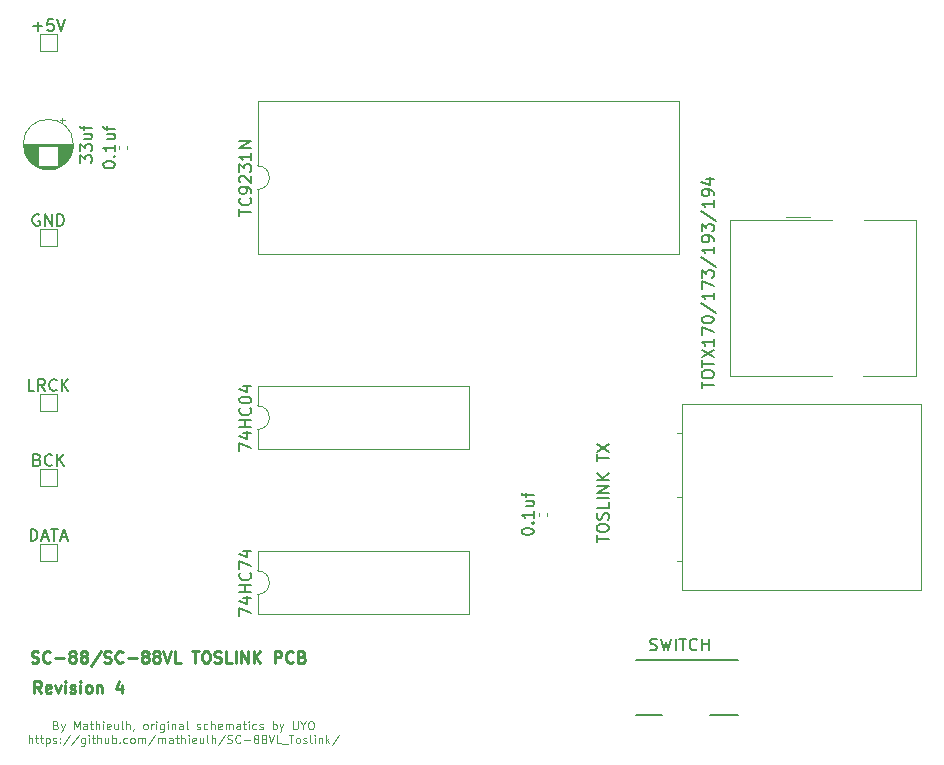
<source format=gbr>
%TF.GenerationSoftware,KiCad,Pcbnew,(5.1.12)-1*%
%TF.CreationDate,2021-11-17T21:51:36+01:00*%
%TF.ProjectId,SC-88VL,53432d38-3856-44c2-9e6b-696361645f70,rev?*%
%TF.SameCoordinates,Original*%
%TF.FileFunction,Legend,Top*%
%TF.FilePolarity,Positive*%
%FSLAX46Y46*%
G04 Gerber Fmt 4.6, Leading zero omitted, Abs format (unit mm)*
G04 Created by KiCad (PCBNEW (5.1.12)-1) date 2021-11-17 21:51:36*
%MOMM*%
%LPD*%
G01*
G04 APERTURE LIST*
%ADD10C,0.250000*%
%ADD11C,0.125000*%
%ADD12C,0.120000*%
%ADD13C,0.150000*%
G04 APERTURE END LIST*
D10*
X66707142Y-90622380D02*
X66373809Y-90146190D01*
X66135714Y-90622380D02*
X66135714Y-89622380D01*
X66516666Y-89622380D01*
X66611904Y-89670000D01*
X66659523Y-89717619D01*
X66707142Y-89812857D01*
X66707142Y-89955714D01*
X66659523Y-90050952D01*
X66611904Y-90098571D01*
X66516666Y-90146190D01*
X66135714Y-90146190D01*
X67516666Y-90574761D02*
X67421428Y-90622380D01*
X67230952Y-90622380D01*
X67135714Y-90574761D01*
X67088095Y-90479523D01*
X67088095Y-90098571D01*
X67135714Y-90003333D01*
X67230952Y-89955714D01*
X67421428Y-89955714D01*
X67516666Y-90003333D01*
X67564285Y-90098571D01*
X67564285Y-90193809D01*
X67088095Y-90289047D01*
X67897619Y-89955714D02*
X68135714Y-90622380D01*
X68373809Y-89955714D01*
X68754761Y-90622380D02*
X68754761Y-89955714D01*
X68754761Y-89622380D02*
X68707142Y-89670000D01*
X68754761Y-89717619D01*
X68802380Y-89670000D01*
X68754761Y-89622380D01*
X68754761Y-89717619D01*
X69183333Y-90574761D02*
X69278571Y-90622380D01*
X69469047Y-90622380D01*
X69564285Y-90574761D01*
X69611904Y-90479523D01*
X69611904Y-90431904D01*
X69564285Y-90336666D01*
X69469047Y-90289047D01*
X69326190Y-90289047D01*
X69230952Y-90241428D01*
X69183333Y-90146190D01*
X69183333Y-90098571D01*
X69230952Y-90003333D01*
X69326190Y-89955714D01*
X69469047Y-89955714D01*
X69564285Y-90003333D01*
X70040476Y-90622380D02*
X70040476Y-89955714D01*
X70040476Y-89622380D02*
X69992857Y-89670000D01*
X70040476Y-89717619D01*
X70088095Y-89670000D01*
X70040476Y-89622380D01*
X70040476Y-89717619D01*
X70659523Y-90622380D02*
X70564285Y-90574761D01*
X70516666Y-90527142D01*
X70469047Y-90431904D01*
X70469047Y-90146190D01*
X70516666Y-90050952D01*
X70564285Y-90003333D01*
X70659523Y-89955714D01*
X70802380Y-89955714D01*
X70897619Y-90003333D01*
X70945238Y-90050952D01*
X70992857Y-90146190D01*
X70992857Y-90431904D01*
X70945238Y-90527142D01*
X70897619Y-90574761D01*
X70802380Y-90622380D01*
X70659523Y-90622380D01*
X71421428Y-89955714D02*
X71421428Y-90622380D01*
X71421428Y-90050952D02*
X71469047Y-90003333D01*
X71564285Y-89955714D01*
X71707142Y-89955714D01*
X71802380Y-90003333D01*
X71850000Y-90098571D01*
X71850000Y-90622380D01*
X73516666Y-89955714D02*
X73516666Y-90622380D01*
X73278571Y-89574761D02*
X73040476Y-90289047D01*
X73659523Y-90289047D01*
D11*
X67956666Y-93342500D02*
X68056666Y-93375833D01*
X68090000Y-93409166D01*
X68123333Y-93475833D01*
X68123333Y-93575833D01*
X68090000Y-93642500D01*
X68056666Y-93675833D01*
X67990000Y-93709166D01*
X67723333Y-93709166D01*
X67723333Y-93009166D01*
X67956666Y-93009166D01*
X68023333Y-93042500D01*
X68056666Y-93075833D01*
X68090000Y-93142500D01*
X68090000Y-93209166D01*
X68056666Y-93275833D01*
X68023333Y-93309166D01*
X67956666Y-93342500D01*
X67723333Y-93342500D01*
X68356666Y-93242500D02*
X68523333Y-93709166D01*
X68690000Y-93242500D02*
X68523333Y-93709166D01*
X68456666Y-93875833D01*
X68423333Y-93909166D01*
X68356666Y-93942500D01*
X69490000Y-93709166D02*
X69490000Y-93009166D01*
X69723333Y-93509166D01*
X69956666Y-93009166D01*
X69956666Y-93709166D01*
X70590000Y-93709166D02*
X70590000Y-93342500D01*
X70556666Y-93275833D01*
X70490000Y-93242500D01*
X70356666Y-93242500D01*
X70290000Y-93275833D01*
X70590000Y-93675833D02*
X70523333Y-93709166D01*
X70356666Y-93709166D01*
X70290000Y-93675833D01*
X70256666Y-93609166D01*
X70256666Y-93542500D01*
X70290000Y-93475833D01*
X70356666Y-93442500D01*
X70523333Y-93442500D01*
X70590000Y-93409166D01*
X70823333Y-93242500D02*
X71090000Y-93242500D01*
X70923333Y-93009166D02*
X70923333Y-93609166D01*
X70956666Y-93675833D01*
X71023333Y-93709166D01*
X71090000Y-93709166D01*
X71323333Y-93709166D02*
X71323333Y-93009166D01*
X71623333Y-93709166D02*
X71623333Y-93342500D01*
X71590000Y-93275833D01*
X71523333Y-93242500D01*
X71423333Y-93242500D01*
X71356666Y-93275833D01*
X71323333Y-93309166D01*
X71956666Y-93709166D02*
X71956666Y-93242500D01*
X71956666Y-93009166D02*
X71923333Y-93042500D01*
X71956666Y-93075833D01*
X71990000Y-93042500D01*
X71956666Y-93009166D01*
X71956666Y-93075833D01*
X72556666Y-93675833D02*
X72490000Y-93709166D01*
X72356666Y-93709166D01*
X72290000Y-93675833D01*
X72256666Y-93609166D01*
X72256666Y-93342500D01*
X72290000Y-93275833D01*
X72356666Y-93242500D01*
X72490000Y-93242500D01*
X72556666Y-93275833D01*
X72590000Y-93342500D01*
X72590000Y-93409166D01*
X72256666Y-93475833D01*
X73190000Y-93242500D02*
X73190000Y-93709166D01*
X72890000Y-93242500D02*
X72890000Y-93609166D01*
X72923333Y-93675833D01*
X72990000Y-93709166D01*
X73090000Y-93709166D01*
X73156666Y-93675833D01*
X73190000Y-93642500D01*
X73623333Y-93709166D02*
X73556666Y-93675833D01*
X73523333Y-93609166D01*
X73523333Y-93009166D01*
X73890000Y-93709166D02*
X73890000Y-93009166D01*
X74190000Y-93709166D02*
X74190000Y-93342500D01*
X74156666Y-93275833D01*
X74090000Y-93242500D01*
X73990000Y-93242500D01*
X73923333Y-93275833D01*
X73890000Y-93309166D01*
X74556666Y-93675833D02*
X74556666Y-93709166D01*
X74523333Y-93775833D01*
X74490000Y-93809166D01*
X75490000Y-93709166D02*
X75423333Y-93675833D01*
X75390000Y-93642500D01*
X75356666Y-93575833D01*
X75356666Y-93375833D01*
X75390000Y-93309166D01*
X75423333Y-93275833D01*
X75490000Y-93242500D01*
X75590000Y-93242500D01*
X75656666Y-93275833D01*
X75690000Y-93309166D01*
X75723333Y-93375833D01*
X75723333Y-93575833D01*
X75690000Y-93642500D01*
X75656666Y-93675833D01*
X75590000Y-93709166D01*
X75490000Y-93709166D01*
X76023333Y-93709166D02*
X76023333Y-93242500D01*
X76023333Y-93375833D02*
X76056666Y-93309166D01*
X76090000Y-93275833D01*
X76156666Y-93242500D01*
X76223333Y-93242500D01*
X76456666Y-93709166D02*
X76456666Y-93242500D01*
X76456666Y-93009166D02*
X76423333Y-93042500D01*
X76456666Y-93075833D01*
X76490000Y-93042500D01*
X76456666Y-93009166D01*
X76456666Y-93075833D01*
X77090000Y-93242500D02*
X77090000Y-93809166D01*
X77056666Y-93875833D01*
X77023333Y-93909166D01*
X76956666Y-93942500D01*
X76856666Y-93942500D01*
X76790000Y-93909166D01*
X77090000Y-93675833D02*
X77023333Y-93709166D01*
X76890000Y-93709166D01*
X76823333Y-93675833D01*
X76790000Y-93642500D01*
X76756666Y-93575833D01*
X76756666Y-93375833D01*
X76790000Y-93309166D01*
X76823333Y-93275833D01*
X76890000Y-93242500D01*
X77023333Y-93242500D01*
X77090000Y-93275833D01*
X77423333Y-93709166D02*
X77423333Y-93242500D01*
X77423333Y-93009166D02*
X77390000Y-93042500D01*
X77423333Y-93075833D01*
X77456666Y-93042500D01*
X77423333Y-93009166D01*
X77423333Y-93075833D01*
X77756666Y-93242500D02*
X77756666Y-93709166D01*
X77756666Y-93309166D02*
X77790000Y-93275833D01*
X77856666Y-93242500D01*
X77956666Y-93242500D01*
X78023333Y-93275833D01*
X78056666Y-93342500D01*
X78056666Y-93709166D01*
X78690000Y-93709166D02*
X78690000Y-93342500D01*
X78656666Y-93275833D01*
X78590000Y-93242500D01*
X78456666Y-93242500D01*
X78390000Y-93275833D01*
X78690000Y-93675833D02*
X78623333Y-93709166D01*
X78456666Y-93709166D01*
X78390000Y-93675833D01*
X78356666Y-93609166D01*
X78356666Y-93542500D01*
X78390000Y-93475833D01*
X78456666Y-93442500D01*
X78623333Y-93442500D01*
X78690000Y-93409166D01*
X79123333Y-93709166D02*
X79056666Y-93675833D01*
X79023333Y-93609166D01*
X79023333Y-93009166D01*
X79890000Y-93675833D02*
X79956666Y-93709166D01*
X80090000Y-93709166D01*
X80156666Y-93675833D01*
X80190000Y-93609166D01*
X80190000Y-93575833D01*
X80156666Y-93509166D01*
X80090000Y-93475833D01*
X79990000Y-93475833D01*
X79923333Y-93442500D01*
X79890000Y-93375833D01*
X79890000Y-93342500D01*
X79923333Y-93275833D01*
X79990000Y-93242500D01*
X80090000Y-93242500D01*
X80156666Y-93275833D01*
X80790000Y-93675833D02*
X80723333Y-93709166D01*
X80590000Y-93709166D01*
X80523333Y-93675833D01*
X80490000Y-93642500D01*
X80456666Y-93575833D01*
X80456666Y-93375833D01*
X80490000Y-93309166D01*
X80523333Y-93275833D01*
X80590000Y-93242500D01*
X80723333Y-93242500D01*
X80790000Y-93275833D01*
X81090000Y-93709166D02*
X81090000Y-93009166D01*
X81390000Y-93709166D02*
X81390000Y-93342500D01*
X81356666Y-93275833D01*
X81290000Y-93242500D01*
X81190000Y-93242500D01*
X81123333Y-93275833D01*
X81090000Y-93309166D01*
X81990000Y-93675833D02*
X81923333Y-93709166D01*
X81790000Y-93709166D01*
X81723333Y-93675833D01*
X81690000Y-93609166D01*
X81690000Y-93342500D01*
X81723333Y-93275833D01*
X81790000Y-93242500D01*
X81923333Y-93242500D01*
X81990000Y-93275833D01*
X82023333Y-93342500D01*
X82023333Y-93409166D01*
X81690000Y-93475833D01*
X82323333Y-93709166D02*
X82323333Y-93242500D01*
X82323333Y-93309166D02*
X82356666Y-93275833D01*
X82423333Y-93242500D01*
X82523333Y-93242500D01*
X82590000Y-93275833D01*
X82623333Y-93342500D01*
X82623333Y-93709166D01*
X82623333Y-93342500D02*
X82656666Y-93275833D01*
X82723333Y-93242500D01*
X82823333Y-93242500D01*
X82890000Y-93275833D01*
X82923333Y-93342500D01*
X82923333Y-93709166D01*
X83556666Y-93709166D02*
X83556666Y-93342500D01*
X83523333Y-93275833D01*
X83456666Y-93242500D01*
X83323333Y-93242500D01*
X83256666Y-93275833D01*
X83556666Y-93675833D02*
X83490000Y-93709166D01*
X83323333Y-93709166D01*
X83256666Y-93675833D01*
X83223333Y-93609166D01*
X83223333Y-93542500D01*
X83256666Y-93475833D01*
X83323333Y-93442500D01*
X83490000Y-93442500D01*
X83556666Y-93409166D01*
X83790000Y-93242500D02*
X84056666Y-93242500D01*
X83890000Y-93009166D02*
X83890000Y-93609166D01*
X83923333Y-93675833D01*
X83990000Y-93709166D01*
X84056666Y-93709166D01*
X84290000Y-93709166D02*
X84290000Y-93242500D01*
X84290000Y-93009166D02*
X84256666Y-93042500D01*
X84290000Y-93075833D01*
X84323333Y-93042500D01*
X84290000Y-93009166D01*
X84290000Y-93075833D01*
X84923333Y-93675833D02*
X84856666Y-93709166D01*
X84723333Y-93709166D01*
X84656666Y-93675833D01*
X84623333Y-93642500D01*
X84590000Y-93575833D01*
X84590000Y-93375833D01*
X84623333Y-93309166D01*
X84656666Y-93275833D01*
X84723333Y-93242500D01*
X84856666Y-93242500D01*
X84923333Y-93275833D01*
X85190000Y-93675833D02*
X85256666Y-93709166D01*
X85390000Y-93709166D01*
X85456666Y-93675833D01*
X85490000Y-93609166D01*
X85490000Y-93575833D01*
X85456666Y-93509166D01*
X85390000Y-93475833D01*
X85290000Y-93475833D01*
X85223333Y-93442500D01*
X85190000Y-93375833D01*
X85190000Y-93342500D01*
X85223333Y-93275833D01*
X85290000Y-93242500D01*
X85390000Y-93242500D01*
X85456666Y-93275833D01*
X86323333Y-93709166D02*
X86323333Y-93009166D01*
X86323333Y-93275833D02*
X86390000Y-93242500D01*
X86523333Y-93242500D01*
X86590000Y-93275833D01*
X86623333Y-93309166D01*
X86656666Y-93375833D01*
X86656666Y-93575833D01*
X86623333Y-93642500D01*
X86590000Y-93675833D01*
X86523333Y-93709166D01*
X86390000Y-93709166D01*
X86323333Y-93675833D01*
X86890000Y-93242500D02*
X87056666Y-93709166D01*
X87223333Y-93242500D02*
X87056666Y-93709166D01*
X86990000Y-93875833D01*
X86956666Y-93909166D01*
X86890000Y-93942500D01*
X88023333Y-93009166D02*
X88023333Y-93575833D01*
X88056666Y-93642500D01*
X88090000Y-93675833D01*
X88156666Y-93709166D01*
X88290000Y-93709166D01*
X88356666Y-93675833D01*
X88390000Y-93642500D01*
X88423333Y-93575833D01*
X88423333Y-93009166D01*
X88890000Y-93375833D02*
X88890000Y-93709166D01*
X88656666Y-93009166D02*
X88890000Y-93375833D01*
X89123333Y-93009166D01*
X89490000Y-93009166D02*
X89623333Y-93009166D01*
X89690000Y-93042500D01*
X89756666Y-93109166D01*
X89790000Y-93242500D01*
X89790000Y-93475833D01*
X89756666Y-93609166D01*
X89690000Y-93675833D01*
X89623333Y-93709166D01*
X89490000Y-93709166D01*
X89423333Y-93675833D01*
X89356666Y-93609166D01*
X89323333Y-93475833D01*
X89323333Y-93242500D01*
X89356666Y-93109166D01*
X89423333Y-93042500D01*
X89490000Y-93009166D01*
X65673333Y-94884166D02*
X65673333Y-94184166D01*
X65973333Y-94884166D02*
X65973333Y-94517500D01*
X65940000Y-94450833D01*
X65873333Y-94417500D01*
X65773333Y-94417500D01*
X65706666Y-94450833D01*
X65673333Y-94484166D01*
X66206666Y-94417500D02*
X66473333Y-94417500D01*
X66306666Y-94184166D02*
X66306666Y-94784166D01*
X66340000Y-94850833D01*
X66406666Y-94884166D01*
X66473333Y-94884166D01*
X66606666Y-94417500D02*
X66873333Y-94417500D01*
X66706666Y-94184166D02*
X66706666Y-94784166D01*
X66740000Y-94850833D01*
X66806666Y-94884166D01*
X66873333Y-94884166D01*
X67106666Y-94417500D02*
X67106666Y-95117500D01*
X67106666Y-94450833D02*
X67173333Y-94417500D01*
X67306666Y-94417500D01*
X67373333Y-94450833D01*
X67406666Y-94484166D01*
X67440000Y-94550833D01*
X67440000Y-94750833D01*
X67406666Y-94817500D01*
X67373333Y-94850833D01*
X67306666Y-94884166D01*
X67173333Y-94884166D01*
X67106666Y-94850833D01*
X67706666Y-94850833D02*
X67773333Y-94884166D01*
X67906666Y-94884166D01*
X67973333Y-94850833D01*
X68006666Y-94784166D01*
X68006666Y-94750833D01*
X67973333Y-94684166D01*
X67906666Y-94650833D01*
X67806666Y-94650833D01*
X67740000Y-94617500D01*
X67706666Y-94550833D01*
X67706666Y-94517500D01*
X67740000Y-94450833D01*
X67806666Y-94417500D01*
X67906666Y-94417500D01*
X67973333Y-94450833D01*
X68306666Y-94817500D02*
X68340000Y-94850833D01*
X68306666Y-94884166D01*
X68273333Y-94850833D01*
X68306666Y-94817500D01*
X68306666Y-94884166D01*
X68306666Y-94450833D02*
X68340000Y-94484166D01*
X68306666Y-94517500D01*
X68273333Y-94484166D01*
X68306666Y-94450833D01*
X68306666Y-94517500D01*
X69140000Y-94150833D02*
X68540000Y-95050833D01*
X69873333Y-94150833D02*
X69273333Y-95050833D01*
X70406666Y-94417500D02*
X70406666Y-94984166D01*
X70373333Y-95050833D01*
X70340000Y-95084166D01*
X70273333Y-95117500D01*
X70173333Y-95117500D01*
X70106666Y-95084166D01*
X70406666Y-94850833D02*
X70340000Y-94884166D01*
X70206666Y-94884166D01*
X70140000Y-94850833D01*
X70106666Y-94817500D01*
X70073333Y-94750833D01*
X70073333Y-94550833D01*
X70106666Y-94484166D01*
X70140000Y-94450833D01*
X70206666Y-94417500D01*
X70340000Y-94417500D01*
X70406666Y-94450833D01*
X70740000Y-94884166D02*
X70740000Y-94417500D01*
X70740000Y-94184166D02*
X70706666Y-94217500D01*
X70740000Y-94250833D01*
X70773333Y-94217500D01*
X70740000Y-94184166D01*
X70740000Y-94250833D01*
X70973333Y-94417500D02*
X71240000Y-94417500D01*
X71073333Y-94184166D02*
X71073333Y-94784166D01*
X71106666Y-94850833D01*
X71173333Y-94884166D01*
X71240000Y-94884166D01*
X71473333Y-94884166D02*
X71473333Y-94184166D01*
X71773333Y-94884166D02*
X71773333Y-94517500D01*
X71740000Y-94450833D01*
X71673333Y-94417500D01*
X71573333Y-94417500D01*
X71506666Y-94450833D01*
X71473333Y-94484166D01*
X72406666Y-94417500D02*
X72406666Y-94884166D01*
X72106666Y-94417500D02*
X72106666Y-94784166D01*
X72140000Y-94850833D01*
X72206666Y-94884166D01*
X72306666Y-94884166D01*
X72373333Y-94850833D01*
X72406666Y-94817500D01*
X72740000Y-94884166D02*
X72740000Y-94184166D01*
X72740000Y-94450833D02*
X72806666Y-94417500D01*
X72940000Y-94417500D01*
X73006666Y-94450833D01*
X73040000Y-94484166D01*
X73073333Y-94550833D01*
X73073333Y-94750833D01*
X73040000Y-94817500D01*
X73006666Y-94850833D01*
X72940000Y-94884166D01*
X72806666Y-94884166D01*
X72740000Y-94850833D01*
X73373333Y-94817500D02*
X73406666Y-94850833D01*
X73373333Y-94884166D01*
X73340000Y-94850833D01*
X73373333Y-94817500D01*
X73373333Y-94884166D01*
X74006666Y-94850833D02*
X73940000Y-94884166D01*
X73806666Y-94884166D01*
X73740000Y-94850833D01*
X73706666Y-94817500D01*
X73673333Y-94750833D01*
X73673333Y-94550833D01*
X73706666Y-94484166D01*
X73740000Y-94450833D01*
X73806666Y-94417500D01*
X73940000Y-94417500D01*
X74006666Y-94450833D01*
X74406666Y-94884166D02*
X74340000Y-94850833D01*
X74306666Y-94817500D01*
X74273333Y-94750833D01*
X74273333Y-94550833D01*
X74306666Y-94484166D01*
X74340000Y-94450833D01*
X74406666Y-94417500D01*
X74506666Y-94417500D01*
X74573333Y-94450833D01*
X74606666Y-94484166D01*
X74640000Y-94550833D01*
X74640000Y-94750833D01*
X74606666Y-94817500D01*
X74573333Y-94850833D01*
X74506666Y-94884166D01*
X74406666Y-94884166D01*
X74940000Y-94884166D02*
X74940000Y-94417500D01*
X74940000Y-94484166D02*
X74973333Y-94450833D01*
X75040000Y-94417500D01*
X75140000Y-94417500D01*
X75206666Y-94450833D01*
X75240000Y-94517500D01*
X75240000Y-94884166D01*
X75240000Y-94517500D02*
X75273333Y-94450833D01*
X75340000Y-94417500D01*
X75440000Y-94417500D01*
X75506666Y-94450833D01*
X75540000Y-94517500D01*
X75540000Y-94884166D01*
X76373333Y-94150833D02*
X75773333Y-95050833D01*
X76606666Y-94884166D02*
X76606666Y-94417500D01*
X76606666Y-94484166D02*
X76640000Y-94450833D01*
X76706666Y-94417500D01*
X76806666Y-94417500D01*
X76873333Y-94450833D01*
X76906666Y-94517500D01*
X76906666Y-94884166D01*
X76906666Y-94517500D02*
X76940000Y-94450833D01*
X77006666Y-94417500D01*
X77106666Y-94417500D01*
X77173333Y-94450833D01*
X77206666Y-94517500D01*
X77206666Y-94884166D01*
X77840000Y-94884166D02*
X77840000Y-94517500D01*
X77806666Y-94450833D01*
X77740000Y-94417500D01*
X77606666Y-94417500D01*
X77540000Y-94450833D01*
X77840000Y-94850833D02*
X77773333Y-94884166D01*
X77606666Y-94884166D01*
X77540000Y-94850833D01*
X77506666Y-94784166D01*
X77506666Y-94717500D01*
X77540000Y-94650833D01*
X77606666Y-94617500D01*
X77773333Y-94617500D01*
X77840000Y-94584166D01*
X78073333Y-94417500D02*
X78340000Y-94417500D01*
X78173333Y-94184166D02*
X78173333Y-94784166D01*
X78206666Y-94850833D01*
X78273333Y-94884166D01*
X78340000Y-94884166D01*
X78573333Y-94884166D02*
X78573333Y-94184166D01*
X78873333Y-94884166D02*
X78873333Y-94517500D01*
X78840000Y-94450833D01*
X78773333Y-94417500D01*
X78673333Y-94417500D01*
X78606666Y-94450833D01*
X78573333Y-94484166D01*
X79206666Y-94884166D02*
X79206666Y-94417500D01*
X79206666Y-94184166D02*
X79173333Y-94217500D01*
X79206666Y-94250833D01*
X79240000Y-94217500D01*
X79206666Y-94184166D01*
X79206666Y-94250833D01*
X79806666Y-94850833D02*
X79740000Y-94884166D01*
X79606666Y-94884166D01*
X79540000Y-94850833D01*
X79506666Y-94784166D01*
X79506666Y-94517500D01*
X79540000Y-94450833D01*
X79606666Y-94417500D01*
X79740000Y-94417500D01*
X79806666Y-94450833D01*
X79840000Y-94517500D01*
X79840000Y-94584166D01*
X79506666Y-94650833D01*
X80440000Y-94417500D02*
X80440000Y-94884166D01*
X80140000Y-94417500D02*
X80140000Y-94784166D01*
X80173333Y-94850833D01*
X80240000Y-94884166D01*
X80340000Y-94884166D01*
X80406666Y-94850833D01*
X80440000Y-94817500D01*
X80873333Y-94884166D02*
X80806666Y-94850833D01*
X80773333Y-94784166D01*
X80773333Y-94184166D01*
X81140000Y-94884166D02*
X81140000Y-94184166D01*
X81440000Y-94884166D02*
X81440000Y-94517500D01*
X81406666Y-94450833D01*
X81340000Y-94417500D01*
X81240000Y-94417500D01*
X81173333Y-94450833D01*
X81140000Y-94484166D01*
X82273333Y-94150833D02*
X81673333Y-95050833D01*
X82473333Y-94850833D02*
X82573333Y-94884166D01*
X82740000Y-94884166D01*
X82806666Y-94850833D01*
X82840000Y-94817500D01*
X82873333Y-94750833D01*
X82873333Y-94684166D01*
X82840000Y-94617500D01*
X82806666Y-94584166D01*
X82740000Y-94550833D01*
X82606666Y-94517500D01*
X82540000Y-94484166D01*
X82506666Y-94450833D01*
X82473333Y-94384166D01*
X82473333Y-94317500D01*
X82506666Y-94250833D01*
X82540000Y-94217500D01*
X82606666Y-94184166D01*
X82773333Y-94184166D01*
X82873333Y-94217500D01*
X83573333Y-94817500D02*
X83540000Y-94850833D01*
X83440000Y-94884166D01*
X83373333Y-94884166D01*
X83273333Y-94850833D01*
X83206666Y-94784166D01*
X83173333Y-94717500D01*
X83140000Y-94584166D01*
X83140000Y-94484166D01*
X83173333Y-94350833D01*
X83206666Y-94284166D01*
X83273333Y-94217500D01*
X83373333Y-94184166D01*
X83440000Y-94184166D01*
X83540000Y-94217500D01*
X83573333Y-94250833D01*
X83873333Y-94617500D02*
X84406666Y-94617500D01*
X84840000Y-94484166D02*
X84773333Y-94450833D01*
X84740000Y-94417500D01*
X84706666Y-94350833D01*
X84706666Y-94317500D01*
X84740000Y-94250833D01*
X84773333Y-94217500D01*
X84840000Y-94184166D01*
X84973333Y-94184166D01*
X85040000Y-94217500D01*
X85073333Y-94250833D01*
X85106666Y-94317500D01*
X85106666Y-94350833D01*
X85073333Y-94417500D01*
X85040000Y-94450833D01*
X84973333Y-94484166D01*
X84840000Y-94484166D01*
X84773333Y-94517500D01*
X84740000Y-94550833D01*
X84706666Y-94617500D01*
X84706666Y-94750833D01*
X84740000Y-94817500D01*
X84773333Y-94850833D01*
X84840000Y-94884166D01*
X84973333Y-94884166D01*
X85040000Y-94850833D01*
X85073333Y-94817500D01*
X85106666Y-94750833D01*
X85106666Y-94617500D01*
X85073333Y-94550833D01*
X85040000Y-94517500D01*
X84973333Y-94484166D01*
X85506666Y-94484166D02*
X85440000Y-94450833D01*
X85406666Y-94417500D01*
X85373333Y-94350833D01*
X85373333Y-94317500D01*
X85406666Y-94250833D01*
X85440000Y-94217500D01*
X85506666Y-94184166D01*
X85640000Y-94184166D01*
X85706666Y-94217500D01*
X85740000Y-94250833D01*
X85773333Y-94317500D01*
X85773333Y-94350833D01*
X85740000Y-94417500D01*
X85706666Y-94450833D01*
X85640000Y-94484166D01*
X85506666Y-94484166D01*
X85440000Y-94517500D01*
X85406666Y-94550833D01*
X85373333Y-94617500D01*
X85373333Y-94750833D01*
X85406666Y-94817500D01*
X85440000Y-94850833D01*
X85506666Y-94884166D01*
X85640000Y-94884166D01*
X85706666Y-94850833D01*
X85740000Y-94817500D01*
X85773333Y-94750833D01*
X85773333Y-94617500D01*
X85740000Y-94550833D01*
X85706666Y-94517500D01*
X85640000Y-94484166D01*
X85973333Y-94184166D02*
X86206666Y-94884166D01*
X86440000Y-94184166D01*
X87006666Y-94884166D02*
X86673333Y-94884166D01*
X86673333Y-94184166D01*
X87073333Y-94950833D02*
X87606666Y-94950833D01*
X87673333Y-94184166D02*
X88073333Y-94184166D01*
X87873333Y-94884166D02*
X87873333Y-94184166D01*
X88406666Y-94884166D02*
X88340000Y-94850833D01*
X88306666Y-94817500D01*
X88273333Y-94750833D01*
X88273333Y-94550833D01*
X88306666Y-94484166D01*
X88340000Y-94450833D01*
X88406666Y-94417500D01*
X88506666Y-94417500D01*
X88573333Y-94450833D01*
X88606666Y-94484166D01*
X88640000Y-94550833D01*
X88640000Y-94750833D01*
X88606666Y-94817500D01*
X88573333Y-94850833D01*
X88506666Y-94884166D01*
X88406666Y-94884166D01*
X88906666Y-94850833D02*
X88973333Y-94884166D01*
X89106666Y-94884166D01*
X89173333Y-94850833D01*
X89206666Y-94784166D01*
X89206666Y-94750833D01*
X89173333Y-94684166D01*
X89106666Y-94650833D01*
X89006666Y-94650833D01*
X88940000Y-94617500D01*
X88906666Y-94550833D01*
X88906666Y-94517500D01*
X88940000Y-94450833D01*
X89006666Y-94417500D01*
X89106666Y-94417500D01*
X89173333Y-94450833D01*
X89606666Y-94884166D02*
X89540000Y-94850833D01*
X89506666Y-94784166D01*
X89506666Y-94184166D01*
X89873333Y-94884166D02*
X89873333Y-94417500D01*
X89873333Y-94184166D02*
X89840000Y-94217500D01*
X89873333Y-94250833D01*
X89906666Y-94217500D01*
X89873333Y-94184166D01*
X89873333Y-94250833D01*
X90206666Y-94417500D02*
X90206666Y-94884166D01*
X90206666Y-94484166D02*
X90240000Y-94450833D01*
X90306666Y-94417500D01*
X90406666Y-94417500D01*
X90473333Y-94450833D01*
X90506666Y-94517500D01*
X90506666Y-94884166D01*
X90840000Y-94884166D02*
X90840000Y-94184166D01*
X90906666Y-94617500D02*
X91106666Y-94884166D01*
X91106666Y-94417500D02*
X90840000Y-94684166D01*
X91906666Y-94150833D02*
X91306666Y-95050833D01*
D10*
X65898571Y-88034761D02*
X66041428Y-88082380D01*
X66279523Y-88082380D01*
X66374761Y-88034761D01*
X66422380Y-87987142D01*
X66470000Y-87891904D01*
X66470000Y-87796666D01*
X66422380Y-87701428D01*
X66374761Y-87653809D01*
X66279523Y-87606190D01*
X66089047Y-87558571D01*
X65993809Y-87510952D01*
X65946190Y-87463333D01*
X65898571Y-87368095D01*
X65898571Y-87272857D01*
X65946190Y-87177619D01*
X65993809Y-87130000D01*
X66089047Y-87082380D01*
X66327142Y-87082380D01*
X66470000Y-87130000D01*
X67470000Y-87987142D02*
X67422380Y-88034761D01*
X67279523Y-88082380D01*
X67184285Y-88082380D01*
X67041428Y-88034761D01*
X66946190Y-87939523D01*
X66898571Y-87844285D01*
X66850952Y-87653809D01*
X66850952Y-87510952D01*
X66898571Y-87320476D01*
X66946190Y-87225238D01*
X67041428Y-87130000D01*
X67184285Y-87082380D01*
X67279523Y-87082380D01*
X67422380Y-87130000D01*
X67470000Y-87177619D01*
X67898571Y-87701428D02*
X68660476Y-87701428D01*
X69279523Y-87510952D02*
X69184285Y-87463333D01*
X69136666Y-87415714D01*
X69089047Y-87320476D01*
X69089047Y-87272857D01*
X69136666Y-87177619D01*
X69184285Y-87130000D01*
X69279523Y-87082380D01*
X69470000Y-87082380D01*
X69565238Y-87130000D01*
X69612857Y-87177619D01*
X69660476Y-87272857D01*
X69660476Y-87320476D01*
X69612857Y-87415714D01*
X69565238Y-87463333D01*
X69470000Y-87510952D01*
X69279523Y-87510952D01*
X69184285Y-87558571D01*
X69136666Y-87606190D01*
X69089047Y-87701428D01*
X69089047Y-87891904D01*
X69136666Y-87987142D01*
X69184285Y-88034761D01*
X69279523Y-88082380D01*
X69470000Y-88082380D01*
X69565238Y-88034761D01*
X69612857Y-87987142D01*
X69660476Y-87891904D01*
X69660476Y-87701428D01*
X69612857Y-87606190D01*
X69565238Y-87558571D01*
X69470000Y-87510952D01*
X70231904Y-87510952D02*
X70136666Y-87463333D01*
X70089047Y-87415714D01*
X70041428Y-87320476D01*
X70041428Y-87272857D01*
X70089047Y-87177619D01*
X70136666Y-87130000D01*
X70231904Y-87082380D01*
X70422380Y-87082380D01*
X70517619Y-87130000D01*
X70565238Y-87177619D01*
X70612857Y-87272857D01*
X70612857Y-87320476D01*
X70565238Y-87415714D01*
X70517619Y-87463333D01*
X70422380Y-87510952D01*
X70231904Y-87510952D01*
X70136666Y-87558571D01*
X70089047Y-87606190D01*
X70041428Y-87701428D01*
X70041428Y-87891904D01*
X70089047Y-87987142D01*
X70136666Y-88034761D01*
X70231904Y-88082380D01*
X70422380Y-88082380D01*
X70517619Y-88034761D01*
X70565238Y-87987142D01*
X70612857Y-87891904D01*
X70612857Y-87701428D01*
X70565238Y-87606190D01*
X70517619Y-87558571D01*
X70422380Y-87510952D01*
X71755714Y-87034761D02*
X70898571Y-88320476D01*
X72041428Y-88034761D02*
X72184285Y-88082380D01*
X72422380Y-88082380D01*
X72517619Y-88034761D01*
X72565238Y-87987142D01*
X72612857Y-87891904D01*
X72612857Y-87796666D01*
X72565238Y-87701428D01*
X72517619Y-87653809D01*
X72422380Y-87606190D01*
X72231904Y-87558571D01*
X72136666Y-87510952D01*
X72089047Y-87463333D01*
X72041428Y-87368095D01*
X72041428Y-87272857D01*
X72089047Y-87177619D01*
X72136666Y-87130000D01*
X72231904Y-87082380D01*
X72470000Y-87082380D01*
X72612857Y-87130000D01*
X73612857Y-87987142D02*
X73565238Y-88034761D01*
X73422380Y-88082380D01*
X73327142Y-88082380D01*
X73184285Y-88034761D01*
X73089047Y-87939523D01*
X73041428Y-87844285D01*
X72993809Y-87653809D01*
X72993809Y-87510952D01*
X73041428Y-87320476D01*
X73089047Y-87225238D01*
X73184285Y-87130000D01*
X73327142Y-87082380D01*
X73422380Y-87082380D01*
X73565238Y-87130000D01*
X73612857Y-87177619D01*
X74041428Y-87701428D02*
X74803333Y-87701428D01*
X75422380Y-87510952D02*
X75327142Y-87463333D01*
X75279523Y-87415714D01*
X75231904Y-87320476D01*
X75231904Y-87272857D01*
X75279523Y-87177619D01*
X75327142Y-87130000D01*
X75422380Y-87082380D01*
X75612857Y-87082380D01*
X75708095Y-87130000D01*
X75755714Y-87177619D01*
X75803333Y-87272857D01*
X75803333Y-87320476D01*
X75755714Y-87415714D01*
X75708095Y-87463333D01*
X75612857Y-87510952D01*
X75422380Y-87510952D01*
X75327142Y-87558571D01*
X75279523Y-87606190D01*
X75231904Y-87701428D01*
X75231904Y-87891904D01*
X75279523Y-87987142D01*
X75327142Y-88034761D01*
X75422380Y-88082380D01*
X75612857Y-88082380D01*
X75708095Y-88034761D01*
X75755714Y-87987142D01*
X75803333Y-87891904D01*
X75803333Y-87701428D01*
X75755714Y-87606190D01*
X75708095Y-87558571D01*
X75612857Y-87510952D01*
X76374761Y-87510952D02*
X76279523Y-87463333D01*
X76231904Y-87415714D01*
X76184285Y-87320476D01*
X76184285Y-87272857D01*
X76231904Y-87177619D01*
X76279523Y-87130000D01*
X76374761Y-87082380D01*
X76565238Y-87082380D01*
X76660476Y-87130000D01*
X76708095Y-87177619D01*
X76755714Y-87272857D01*
X76755714Y-87320476D01*
X76708095Y-87415714D01*
X76660476Y-87463333D01*
X76565238Y-87510952D01*
X76374761Y-87510952D01*
X76279523Y-87558571D01*
X76231904Y-87606190D01*
X76184285Y-87701428D01*
X76184285Y-87891904D01*
X76231904Y-87987142D01*
X76279523Y-88034761D01*
X76374761Y-88082380D01*
X76565238Y-88082380D01*
X76660476Y-88034761D01*
X76708095Y-87987142D01*
X76755714Y-87891904D01*
X76755714Y-87701428D01*
X76708095Y-87606190D01*
X76660476Y-87558571D01*
X76565238Y-87510952D01*
X77041428Y-87082380D02*
X77374761Y-88082380D01*
X77708095Y-87082380D01*
X78517619Y-88082380D02*
X78041428Y-88082380D01*
X78041428Y-87082380D01*
X79470000Y-87082380D02*
X80041428Y-87082380D01*
X79755714Y-88082380D02*
X79755714Y-87082380D01*
X80565238Y-87082380D02*
X80755714Y-87082380D01*
X80850952Y-87130000D01*
X80946190Y-87225238D01*
X80993809Y-87415714D01*
X80993809Y-87749047D01*
X80946190Y-87939523D01*
X80850952Y-88034761D01*
X80755714Y-88082380D01*
X80565238Y-88082380D01*
X80470000Y-88034761D01*
X80374761Y-87939523D01*
X80327142Y-87749047D01*
X80327142Y-87415714D01*
X80374761Y-87225238D01*
X80470000Y-87130000D01*
X80565238Y-87082380D01*
X81374761Y-88034761D02*
X81517619Y-88082380D01*
X81755714Y-88082380D01*
X81850952Y-88034761D01*
X81898571Y-87987142D01*
X81946190Y-87891904D01*
X81946190Y-87796666D01*
X81898571Y-87701428D01*
X81850952Y-87653809D01*
X81755714Y-87606190D01*
X81565238Y-87558571D01*
X81470000Y-87510952D01*
X81422380Y-87463333D01*
X81374761Y-87368095D01*
X81374761Y-87272857D01*
X81422380Y-87177619D01*
X81470000Y-87130000D01*
X81565238Y-87082380D01*
X81803333Y-87082380D01*
X81946190Y-87130000D01*
X82850952Y-88082380D02*
X82374761Y-88082380D01*
X82374761Y-87082380D01*
X83184285Y-88082380D02*
X83184285Y-87082380D01*
X83660476Y-88082380D02*
X83660476Y-87082380D01*
X84231904Y-88082380D01*
X84231904Y-87082380D01*
X84708095Y-88082380D02*
X84708095Y-87082380D01*
X85279523Y-88082380D02*
X84850952Y-87510952D01*
X85279523Y-87082380D02*
X84708095Y-87653809D01*
X86470000Y-88082380D02*
X86470000Y-87082380D01*
X86850952Y-87082380D01*
X86946190Y-87130000D01*
X86993809Y-87177619D01*
X87041428Y-87272857D01*
X87041428Y-87415714D01*
X86993809Y-87510952D01*
X86946190Y-87558571D01*
X86850952Y-87606190D01*
X86470000Y-87606190D01*
X88041428Y-87987142D02*
X87993809Y-88034761D01*
X87850952Y-88082380D01*
X87755714Y-88082380D01*
X87612857Y-88034761D01*
X87517619Y-87939523D01*
X87470000Y-87844285D01*
X87422380Y-87653809D01*
X87422380Y-87510952D01*
X87470000Y-87320476D01*
X87517619Y-87225238D01*
X87612857Y-87130000D01*
X87755714Y-87082380D01*
X87850952Y-87082380D01*
X87993809Y-87130000D01*
X88041428Y-87177619D01*
X88803333Y-87558571D02*
X88946190Y-87606190D01*
X88993809Y-87653809D01*
X89041428Y-87749047D01*
X89041428Y-87891904D01*
X88993809Y-87987142D01*
X88946190Y-88034761D01*
X88850952Y-88082380D01*
X88470000Y-88082380D01*
X88470000Y-87082380D01*
X88803333Y-87082380D01*
X88898571Y-87130000D01*
X88946190Y-87177619D01*
X88993809Y-87272857D01*
X88993809Y-87368095D01*
X88946190Y-87463333D01*
X88898571Y-87510952D01*
X88803333Y-87558571D01*
X88470000Y-87558571D01*
D12*
%TO.C,TOTX170/173/193/194*%
X129810000Y-50290000D02*
X131810000Y-50290000D01*
X125000000Y-50540000D02*
X125000000Y-63760000D01*
X140770000Y-63760000D02*
X140770000Y-50540000D01*
X140770000Y-63760000D02*
X136300000Y-63760000D01*
X125000000Y-63760000D02*
X133700000Y-63760000D01*
X140770000Y-50540000D02*
X136370000Y-50540000D01*
X125000000Y-50540000D02*
X133700000Y-50540000D01*
%TO.C,TC9231N*%
X85030000Y-47990000D02*
X85030000Y-53450000D01*
X85030000Y-53450000D02*
X120710000Y-53450000D01*
X120710000Y-53450000D02*
X120710000Y-40530000D01*
X120710000Y-40530000D02*
X85030000Y-40530000D01*
X85030000Y-40530000D02*
X85030000Y-45990000D01*
X85030000Y-45990000D02*
G75*
G02*
X85030000Y-47990000I0J-1000000D01*
G01*
%TO.C,TOSLINK TX*%
X120990000Y-79480000D02*
X120510000Y-79480000D01*
X120990000Y-74030000D02*
X120510000Y-74030000D01*
X120990000Y-68580000D02*
X120510000Y-68580000D01*
X141230000Y-81900000D02*
X120990000Y-81900000D01*
X141230000Y-66160000D02*
X120990000Y-66160000D01*
X141230000Y-66160000D02*
X141230000Y-81900000D01*
X120990000Y-66160000D02*
X120990000Y-81900000D01*
D13*
%TO.C,SWITCH*%
X117080000Y-87870000D02*
X125680000Y-87870000D01*
X117080000Y-92470000D02*
X119280000Y-92470000D01*
X123380000Y-92470000D02*
X125680000Y-92470000D01*
D12*
%TO.C,0.1uf*%
X109580000Y-75613335D02*
X109580000Y-75381665D01*
X108860000Y-75613335D02*
X108860000Y-75381665D01*
X74020000Y-44565835D02*
X74020000Y-44334165D01*
X73300000Y-44565835D02*
X73300000Y-44334165D01*
%TO.C,DATA*%
X66610000Y-78040000D02*
X68010000Y-78040000D01*
X68010000Y-78040000D02*
X68010000Y-79440000D01*
X68010000Y-79440000D02*
X66610000Y-79440000D01*
X66610000Y-79440000D02*
X66610000Y-78040000D01*
%TO.C,BCK*%
X66610000Y-71690000D02*
X68010000Y-71690000D01*
X68010000Y-71690000D02*
X68010000Y-73090000D01*
X68010000Y-73090000D02*
X66610000Y-73090000D01*
X66610000Y-73090000D02*
X66610000Y-71690000D01*
%TO.C,LRCK*%
X66610000Y-65340000D02*
X68010000Y-65340000D01*
X68010000Y-65340000D02*
X68010000Y-66740000D01*
X68010000Y-66740000D02*
X66610000Y-66740000D01*
X66610000Y-66740000D02*
X66610000Y-65340000D01*
%TO.C,GND*%
X66610000Y-51370000D02*
X68010000Y-51370000D01*
X68010000Y-51370000D02*
X68010000Y-52770000D01*
X68010000Y-52770000D02*
X66610000Y-52770000D01*
X66610000Y-52770000D02*
X66610000Y-51370000D01*
%TO.C,+5V*%
X66610000Y-36260000D02*
X66610000Y-34860000D01*
X68010000Y-36260000D02*
X66610000Y-36260000D01*
X68010000Y-34860000D02*
X68010000Y-36260000D01*
X66610000Y-34860000D02*
X68010000Y-34860000D01*
%TO.C,33uf*%
X68705000Y-42110199D02*
X68305000Y-42110199D01*
X68505000Y-41910199D02*
X68505000Y-42310199D01*
X67680000Y-46261000D02*
X66940000Y-46261000D01*
X67847000Y-46221000D02*
X66773000Y-46221000D01*
X67974000Y-46181000D02*
X66646000Y-46181000D01*
X68078000Y-46141000D02*
X66542000Y-46141000D01*
X68169000Y-46101000D02*
X66451000Y-46101000D01*
X68250000Y-46061000D02*
X66370000Y-46061000D01*
X68323000Y-46021000D02*
X66297000Y-46021000D01*
X66470000Y-45981000D02*
X66230000Y-45981000D01*
X68390000Y-45981000D02*
X68150000Y-45981000D01*
X66470000Y-45941000D02*
X66168000Y-45941000D01*
X68452000Y-45941000D02*
X68150000Y-45941000D01*
X66470000Y-45901000D02*
X66110000Y-45901000D01*
X68510000Y-45901000D02*
X68150000Y-45901000D01*
X66470000Y-45861000D02*
X66056000Y-45861000D01*
X68564000Y-45861000D02*
X68150000Y-45861000D01*
X66470000Y-45821000D02*
X66006000Y-45821000D01*
X68614000Y-45821000D02*
X68150000Y-45821000D01*
X66470000Y-45781000D02*
X65959000Y-45781000D01*
X68661000Y-45781000D02*
X68150000Y-45781000D01*
X66470000Y-45741000D02*
X65914000Y-45741000D01*
X68706000Y-45741000D02*
X68150000Y-45741000D01*
X66470000Y-45701000D02*
X65872000Y-45701000D01*
X68748000Y-45701000D02*
X68150000Y-45701000D01*
X66470000Y-45661000D02*
X65832000Y-45661000D01*
X68788000Y-45661000D02*
X68150000Y-45661000D01*
X66470000Y-45621000D02*
X65794000Y-45621000D01*
X68826000Y-45621000D02*
X68150000Y-45621000D01*
X66470000Y-45581000D02*
X65758000Y-45581000D01*
X68862000Y-45581000D02*
X68150000Y-45581000D01*
X66470000Y-45541000D02*
X65723000Y-45541000D01*
X68897000Y-45541000D02*
X68150000Y-45541000D01*
X66470000Y-45501000D02*
X65691000Y-45501000D01*
X68929000Y-45501000D02*
X68150000Y-45501000D01*
X66470000Y-45461000D02*
X65660000Y-45461000D01*
X68960000Y-45461000D02*
X68150000Y-45461000D01*
X66470000Y-45421000D02*
X65630000Y-45421000D01*
X68990000Y-45421000D02*
X68150000Y-45421000D01*
X66470000Y-45381000D02*
X65602000Y-45381000D01*
X69018000Y-45381000D02*
X68150000Y-45381000D01*
X66470000Y-45341000D02*
X65575000Y-45341000D01*
X69045000Y-45341000D02*
X68150000Y-45341000D01*
X66470000Y-45301000D02*
X65550000Y-45301000D01*
X69070000Y-45301000D02*
X68150000Y-45301000D01*
X66470000Y-45261000D02*
X65525000Y-45261000D01*
X69095000Y-45261000D02*
X68150000Y-45261000D01*
X66470000Y-45221000D02*
X65502000Y-45221000D01*
X69118000Y-45221000D02*
X68150000Y-45221000D01*
X66470000Y-45181000D02*
X65480000Y-45181000D01*
X69140000Y-45181000D02*
X68150000Y-45181000D01*
X66470000Y-45141000D02*
X65459000Y-45141000D01*
X69161000Y-45141000D02*
X68150000Y-45141000D01*
X66470000Y-45101000D02*
X65440000Y-45101000D01*
X69180000Y-45101000D02*
X68150000Y-45101000D01*
X66470000Y-45061000D02*
X65421000Y-45061000D01*
X69199000Y-45061000D02*
X68150000Y-45061000D01*
X66470000Y-45021000D02*
X65403000Y-45021000D01*
X69217000Y-45021000D02*
X68150000Y-45021000D01*
X66470000Y-44981000D02*
X65386000Y-44981000D01*
X69234000Y-44981000D02*
X68150000Y-44981000D01*
X66470000Y-44941000D02*
X65370000Y-44941000D01*
X69250000Y-44941000D02*
X68150000Y-44941000D01*
X66470000Y-44901000D02*
X65356000Y-44901000D01*
X69264000Y-44901000D02*
X68150000Y-44901000D01*
X66470000Y-44860000D02*
X65342000Y-44860000D01*
X69278000Y-44860000D02*
X68150000Y-44860000D01*
X66470000Y-44820000D02*
X65328000Y-44820000D01*
X69292000Y-44820000D02*
X68150000Y-44820000D01*
X66470000Y-44780000D02*
X65316000Y-44780000D01*
X69304000Y-44780000D02*
X68150000Y-44780000D01*
X66470000Y-44740000D02*
X65305000Y-44740000D01*
X69315000Y-44740000D02*
X68150000Y-44740000D01*
X66470000Y-44700000D02*
X65294000Y-44700000D01*
X69326000Y-44700000D02*
X68150000Y-44700000D01*
X66470000Y-44660000D02*
X65285000Y-44660000D01*
X69335000Y-44660000D02*
X68150000Y-44660000D01*
X66470000Y-44620000D02*
X65276000Y-44620000D01*
X69344000Y-44620000D02*
X68150000Y-44620000D01*
X66470000Y-44580000D02*
X65268000Y-44580000D01*
X69352000Y-44580000D02*
X68150000Y-44580000D01*
X66470000Y-44540000D02*
X65260000Y-44540000D01*
X69360000Y-44540000D02*
X68150000Y-44540000D01*
X66470000Y-44500000D02*
X65254000Y-44500000D01*
X69366000Y-44500000D02*
X68150000Y-44500000D01*
X66470000Y-44460000D02*
X65248000Y-44460000D01*
X69372000Y-44460000D02*
X68150000Y-44460000D01*
X66470000Y-44420000D02*
X65243000Y-44420000D01*
X69377000Y-44420000D02*
X68150000Y-44420000D01*
X66470000Y-44380000D02*
X65239000Y-44380000D01*
X69381000Y-44380000D02*
X68150000Y-44380000D01*
X69384000Y-44340000D02*
X65236000Y-44340000D01*
X69387000Y-44300000D02*
X65233000Y-44300000D01*
X69389000Y-44260000D02*
X65231000Y-44260000D01*
X69390000Y-44220000D02*
X65230000Y-44220000D01*
X69390000Y-44180000D02*
X65230000Y-44180000D01*
X69430000Y-44180000D02*
G75*
G03*
X69430000Y-44180000I-2120000J0D01*
G01*
%TO.C,74HC74*%
X85030000Y-78630000D02*
X85030000Y-80280000D01*
X102930000Y-78630000D02*
X85030000Y-78630000D01*
X102930000Y-83930000D02*
X102930000Y-78630000D01*
X85030000Y-83930000D02*
X102930000Y-83930000D01*
X85030000Y-82280000D02*
X85030000Y-83930000D01*
X85030000Y-80280000D02*
G75*
G02*
X85030000Y-82280000I0J-1000000D01*
G01*
%TO.C,74HC04*%
X85030000Y-64660000D02*
X85030000Y-66310000D01*
X102930000Y-64660000D02*
X85030000Y-64660000D01*
X102930000Y-69960000D02*
X102930000Y-64660000D01*
X85030000Y-69960000D02*
X102930000Y-69960000D01*
X85030000Y-68310000D02*
X85030000Y-69960000D01*
X85030000Y-66310000D02*
G75*
G02*
X85030000Y-68310000I0J-1000000D01*
G01*
%TO.C,TOTX170/173/193/194*%
D13*
X122642380Y-64832380D02*
X122642380Y-64260952D01*
X123642380Y-64546666D02*
X122642380Y-64546666D01*
X122642380Y-63737142D02*
X122642380Y-63546666D01*
X122690000Y-63451428D01*
X122785238Y-63356190D01*
X122975714Y-63308571D01*
X123309047Y-63308571D01*
X123499523Y-63356190D01*
X123594761Y-63451428D01*
X123642380Y-63546666D01*
X123642380Y-63737142D01*
X123594761Y-63832380D01*
X123499523Y-63927619D01*
X123309047Y-63975238D01*
X122975714Y-63975238D01*
X122785238Y-63927619D01*
X122690000Y-63832380D01*
X122642380Y-63737142D01*
X122642380Y-63022857D02*
X122642380Y-62451428D01*
X123642380Y-62737142D02*
X122642380Y-62737142D01*
X122642380Y-62213333D02*
X123642380Y-61546666D01*
X122642380Y-61546666D02*
X123642380Y-62213333D01*
X123642380Y-60641904D02*
X123642380Y-61213333D01*
X123642380Y-60927619D02*
X122642380Y-60927619D01*
X122785238Y-61022857D01*
X122880476Y-61118095D01*
X122928095Y-61213333D01*
X122642380Y-60308571D02*
X122642380Y-59641904D01*
X123642380Y-60070476D01*
X122642380Y-59070476D02*
X122642380Y-58975238D01*
X122690000Y-58880000D01*
X122737619Y-58832380D01*
X122832857Y-58784761D01*
X123023333Y-58737142D01*
X123261428Y-58737142D01*
X123451904Y-58784761D01*
X123547142Y-58832380D01*
X123594761Y-58880000D01*
X123642380Y-58975238D01*
X123642380Y-59070476D01*
X123594761Y-59165714D01*
X123547142Y-59213333D01*
X123451904Y-59260952D01*
X123261428Y-59308571D01*
X123023333Y-59308571D01*
X122832857Y-59260952D01*
X122737619Y-59213333D01*
X122690000Y-59165714D01*
X122642380Y-59070476D01*
X122594761Y-57594285D02*
X123880476Y-58451428D01*
X123642380Y-56737142D02*
X123642380Y-57308571D01*
X123642380Y-57022857D02*
X122642380Y-57022857D01*
X122785238Y-57118095D01*
X122880476Y-57213333D01*
X122928095Y-57308571D01*
X122642380Y-56403809D02*
X122642380Y-55737142D01*
X123642380Y-56165714D01*
X122642380Y-55451428D02*
X122642380Y-54832380D01*
X123023333Y-55165714D01*
X123023333Y-55022857D01*
X123070952Y-54927619D01*
X123118571Y-54880000D01*
X123213809Y-54832380D01*
X123451904Y-54832380D01*
X123547142Y-54880000D01*
X123594761Y-54927619D01*
X123642380Y-55022857D01*
X123642380Y-55308571D01*
X123594761Y-55403809D01*
X123547142Y-55451428D01*
X122594761Y-53689523D02*
X123880476Y-54546666D01*
X123642380Y-52832380D02*
X123642380Y-53403809D01*
X123642380Y-53118095D02*
X122642380Y-53118095D01*
X122785238Y-53213333D01*
X122880476Y-53308571D01*
X122928095Y-53403809D01*
X123642380Y-52356190D02*
X123642380Y-52165714D01*
X123594761Y-52070476D01*
X123547142Y-52022857D01*
X123404285Y-51927619D01*
X123213809Y-51880000D01*
X122832857Y-51880000D01*
X122737619Y-51927619D01*
X122690000Y-51975238D01*
X122642380Y-52070476D01*
X122642380Y-52260952D01*
X122690000Y-52356190D01*
X122737619Y-52403809D01*
X122832857Y-52451428D01*
X123070952Y-52451428D01*
X123166190Y-52403809D01*
X123213809Y-52356190D01*
X123261428Y-52260952D01*
X123261428Y-52070476D01*
X123213809Y-51975238D01*
X123166190Y-51927619D01*
X123070952Y-51880000D01*
X122642380Y-51546666D02*
X122642380Y-50927619D01*
X123023333Y-51260952D01*
X123023333Y-51118095D01*
X123070952Y-51022857D01*
X123118571Y-50975238D01*
X123213809Y-50927619D01*
X123451904Y-50927619D01*
X123547142Y-50975238D01*
X123594761Y-51022857D01*
X123642380Y-51118095D01*
X123642380Y-51403809D01*
X123594761Y-51499047D01*
X123547142Y-51546666D01*
X122594761Y-49784761D02*
X123880476Y-50641904D01*
X123642380Y-48927619D02*
X123642380Y-49499047D01*
X123642380Y-49213333D02*
X122642380Y-49213333D01*
X122785238Y-49308571D01*
X122880476Y-49403809D01*
X122928095Y-49499047D01*
X123642380Y-48451428D02*
X123642380Y-48260952D01*
X123594761Y-48165714D01*
X123547142Y-48118095D01*
X123404285Y-48022857D01*
X123213809Y-47975238D01*
X122832857Y-47975238D01*
X122737619Y-48022857D01*
X122690000Y-48070476D01*
X122642380Y-48165714D01*
X122642380Y-48356190D01*
X122690000Y-48451428D01*
X122737619Y-48499047D01*
X122832857Y-48546666D01*
X123070952Y-48546666D01*
X123166190Y-48499047D01*
X123213809Y-48451428D01*
X123261428Y-48356190D01*
X123261428Y-48165714D01*
X123213809Y-48070476D01*
X123166190Y-48022857D01*
X123070952Y-47975238D01*
X122975714Y-47118095D02*
X123642380Y-47118095D01*
X122594761Y-47356190D02*
X123309047Y-47594285D01*
X123309047Y-46975238D01*
%TO.C,TC9231N*%
X83482380Y-50204285D02*
X83482380Y-49632857D01*
X84482380Y-49918571D02*
X83482380Y-49918571D01*
X84387142Y-48728095D02*
X84434761Y-48775714D01*
X84482380Y-48918571D01*
X84482380Y-49013809D01*
X84434761Y-49156666D01*
X84339523Y-49251904D01*
X84244285Y-49299523D01*
X84053809Y-49347142D01*
X83910952Y-49347142D01*
X83720476Y-49299523D01*
X83625238Y-49251904D01*
X83530000Y-49156666D01*
X83482380Y-49013809D01*
X83482380Y-48918571D01*
X83530000Y-48775714D01*
X83577619Y-48728095D01*
X84482380Y-48251904D02*
X84482380Y-48061428D01*
X84434761Y-47966190D01*
X84387142Y-47918571D01*
X84244285Y-47823333D01*
X84053809Y-47775714D01*
X83672857Y-47775714D01*
X83577619Y-47823333D01*
X83530000Y-47870952D01*
X83482380Y-47966190D01*
X83482380Y-48156666D01*
X83530000Y-48251904D01*
X83577619Y-48299523D01*
X83672857Y-48347142D01*
X83910952Y-48347142D01*
X84006190Y-48299523D01*
X84053809Y-48251904D01*
X84101428Y-48156666D01*
X84101428Y-47966190D01*
X84053809Y-47870952D01*
X84006190Y-47823333D01*
X83910952Y-47775714D01*
X83577619Y-47394761D02*
X83530000Y-47347142D01*
X83482380Y-47251904D01*
X83482380Y-47013809D01*
X83530000Y-46918571D01*
X83577619Y-46870952D01*
X83672857Y-46823333D01*
X83768095Y-46823333D01*
X83910952Y-46870952D01*
X84482380Y-47442380D01*
X84482380Y-46823333D01*
X83482380Y-46490000D02*
X83482380Y-45870952D01*
X83863333Y-46204285D01*
X83863333Y-46061428D01*
X83910952Y-45966190D01*
X83958571Y-45918571D01*
X84053809Y-45870952D01*
X84291904Y-45870952D01*
X84387142Y-45918571D01*
X84434761Y-45966190D01*
X84482380Y-46061428D01*
X84482380Y-46347142D01*
X84434761Y-46442380D01*
X84387142Y-46490000D01*
X84482380Y-44918571D02*
X84482380Y-45490000D01*
X84482380Y-45204285D02*
X83482380Y-45204285D01*
X83625238Y-45299523D01*
X83720476Y-45394761D01*
X83768095Y-45490000D01*
X84482380Y-44490000D02*
X83482380Y-44490000D01*
X84482380Y-43918571D01*
X83482380Y-43918571D01*
%TO.C,TOSLINK TX*%
X113752380Y-77850476D02*
X113752380Y-77279047D01*
X114752380Y-77564761D02*
X113752380Y-77564761D01*
X113752380Y-76755238D02*
X113752380Y-76564761D01*
X113800000Y-76469523D01*
X113895238Y-76374285D01*
X114085714Y-76326666D01*
X114419047Y-76326666D01*
X114609523Y-76374285D01*
X114704761Y-76469523D01*
X114752380Y-76564761D01*
X114752380Y-76755238D01*
X114704761Y-76850476D01*
X114609523Y-76945714D01*
X114419047Y-76993333D01*
X114085714Y-76993333D01*
X113895238Y-76945714D01*
X113800000Y-76850476D01*
X113752380Y-76755238D01*
X114704761Y-75945714D02*
X114752380Y-75802857D01*
X114752380Y-75564761D01*
X114704761Y-75469523D01*
X114657142Y-75421904D01*
X114561904Y-75374285D01*
X114466666Y-75374285D01*
X114371428Y-75421904D01*
X114323809Y-75469523D01*
X114276190Y-75564761D01*
X114228571Y-75755238D01*
X114180952Y-75850476D01*
X114133333Y-75898095D01*
X114038095Y-75945714D01*
X113942857Y-75945714D01*
X113847619Y-75898095D01*
X113800000Y-75850476D01*
X113752380Y-75755238D01*
X113752380Y-75517142D01*
X113800000Y-75374285D01*
X114752380Y-74469523D02*
X114752380Y-74945714D01*
X113752380Y-74945714D01*
X114752380Y-74136190D02*
X113752380Y-74136190D01*
X114752380Y-73660000D02*
X113752380Y-73660000D01*
X114752380Y-73088571D01*
X113752380Y-73088571D01*
X114752380Y-72612380D02*
X113752380Y-72612380D01*
X114752380Y-72040952D02*
X114180952Y-72469523D01*
X113752380Y-72040952D02*
X114323809Y-72612380D01*
X113752380Y-70993333D02*
X113752380Y-70421904D01*
X114752380Y-70707619D02*
X113752380Y-70707619D01*
X113752380Y-70183809D02*
X114752380Y-69517142D01*
X113752380Y-69517142D02*
X114752380Y-70183809D01*
%TO.C,SWITCH*%
X118280000Y-86974761D02*
X118422857Y-87022380D01*
X118660952Y-87022380D01*
X118756190Y-86974761D01*
X118803809Y-86927142D01*
X118851428Y-86831904D01*
X118851428Y-86736666D01*
X118803809Y-86641428D01*
X118756190Y-86593809D01*
X118660952Y-86546190D01*
X118470476Y-86498571D01*
X118375238Y-86450952D01*
X118327619Y-86403333D01*
X118280000Y-86308095D01*
X118280000Y-86212857D01*
X118327619Y-86117619D01*
X118375238Y-86070000D01*
X118470476Y-86022380D01*
X118708571Y-86022380D01*
X118851428Y-86070000D01*
X119184761Y-86022380D02*
X119422857Y-87022380D01*
X119613333Y-86308095D01*
X119803809Y-87022380D01*
X120041904Y-86022380D01*
X120422857Y-87022380D02*
X120422857Y-86022380D01*
X120756190Y-86022380D02*
X121327619Y-86022380D01*
X121041904Y-87022380D02*
X121041904Y-86022380D01*
X122232380Y-86927142D02*
X122184761Y-86974761D01*
X122041904Y-87022380D01*
X121946666Y-87022380D01*
X121803809Y-86974761D01*
X121708571Y-86879523D01*
X121660952Y-86784285D01*
X121613333Y-86593809D01*
X121613333Y-86450952D01*
X121660952Y-86260476D01*
X121708571Y-86165238D01*
X121803809Y-86070000D01*
X121946666Y-86022380D01*
X122041904Y-86022380D01*
X122184761Y-86070000D01*
X122232380Y-86117619D01*
X122660952Y-87022380D02*
X122660952Y-86022380D01*
X122660952Y-86498571D02*
X123232380Y-86498571D01*
X123232380Y-87022380D02*
X123232380Y-86022380D01*
%TO.C,0.1uf*%
X107402380Y-76997500D02*
X107402380Y-76902261D01*
X107450000Y-76807023D01*
X107497619Y-76759404D01*
X107592857Y-76711785D01*
X107783333Y-76664166D01*
X108021428Y-76664166D01*
X108211904Y-76711785D01*
X108307142Y-76759404D01*
X108354761Y-76807023D01*
X108402380Y-76902261D01*
X108402380Y-76997500D01*
X108354761Y-77092738D01*
X108307142Y-77140357D01*
X108211904Y-77187976D01*
X108021428Y-77235595D01*
X107783333Y-77235595D01*
X107592857Y-77187976D01*
X107497619Y-77140357D01*
X107450000Y-77092738D01*
X107402380Y-76997500D01*
X108307142Y-76235595D02*
X108354761Y-76187976D01*
X108402380Y-76235595D01*
X108354761Y-76283214D01*
X108307142Y-76235595D01*
X108402380Y-76235595D01*
X108402380Y-75235595D02*
X108402380Y-75807023D01*
X108402380Y-75521309D02*
X107402380Y-75521309D01*
X107545238Y-75616547D01*
X107640476Y-75711785D01*
X107688095Y-75807023D01*
X107735714Y-74378452D02*
X108402380Y-74378452D01*
X107735714Y-74807023D02*
X108259523Y-74807023D01*
X108354761Y-74759404D01*
X108402380Y-74664166D01*
X108402380Y-74521309D01*
X108354761Y-74426071D01*
X108307142Y-74378452D01*
X107735714Y-74045119D02*
X107735714Y-73664166D01*
X108402380Y-73902261D02*
X107545238Y-73902261D01*
X107450000Y-73854642D01*
X107402380Y-73759404D01*
X107402380Y-73664166D01*
X71952380Y-45950000D02*
X71952380Y-45854761D01*
X72000000Y-45759523D01*
X72047619Y-45711904D01*
X72142857Y-45664285D01*
X72333333Y-45616666D01*
X72571428Y-45616666D01*
X72761904Y-45664285D01*
X72857142Y-45711904D01*
X72904761Y-45759523D01*
X72952380Y-45854761D01*
X72952380Y-45950000D01*
X72904761Y-46045238D01*
X72857142Y-46092857D01*
X72761904Y-46140476D01*
X72571428Y-46188095D01*
X72333333Y-46188095D01*
X72142857Y-46140476D01*
X72047619Y-46092857D01*
X72000000Y-46045238D01*
X71952380Y-45950000D01*
X72857142Y-45188095D02*
X72904761Y-45140476D01*
X72952380Y-45188095D01*
X72904761Y-45235714D01*
X72857142Y-45188095D01*
X72952380Y-45188095D01*
X72952380Y-44188095D02*
X72952380Y-44759523D01*
X72952380Y-44473809D02*
X71952380Y-44473809D01*
X72095238Y-44569047D01*
X72190476Y-44664285D01*
X72238095Y-44759523D01*
X72285714Y-43330952D02*
X72952380Y-43330952D01*
X72285714Y-43759523D02*
X72809523Y-43759523D01*
X72904761Y-43711904D01*
X72952380Y-43616666D01*
X72952380Y-43473809D01*
X72904761Y-43378571D01*
X72857142Y-43330952D01*
X72285714Y-42997619D02*
X72285714Y-42616666D01*
X72952380Y-42854761D02*
X72095238Y-42854761D01*
X72000000Y-42807142D01*
X71952380Y-42711904D01*
X71952380Y-42616666D01*
%TO.C,DATA*%
X65810000Y-77744380D02*
X65810000Y-76744380D01*
X66048095Y-76744380D01*
X66190952Y-76792000D01*
X66286190Y-76887238D01*
X66333809Y-76982476D01*
X66381428Y-77172952D01*
X66381428Y-77315809D01*
X66333809Y-77506285D01*
X66286190Y-77601523D01*
X66190952Y-77696761D01*
X66048095Y-77744380D01*
X65810000Y-77744380D01*
X66762380Y-77458666D02*
X67238571Y-77458666D01*
X66667142Y-77744380D02*
X67000476Y-76744380D01*
X67333809Y-77744380D01*
X67524285Y-76744380D02*
X68095714Y-76744380D01*
X67810000Y-77744380D02*
X67810000Y-76744380D01*
X68381428Y-77458666D02*
X68857619Y-77458666D01*
X68286190Y-77744380D02*
X68619523Y-76744380D01*
X68952857Y-77744380D01*
%TO.C,BCK*%
X66381428Y-70870571D02*
X66524285Y-70918190D01*
X66571904Y-70965809D01*
X66619523Y-71061047D01*
X66619523Y-71203904D01*
X66571904Y-71299142D01*
X66524285Y-71346761D01*
X66429047Y-71394380D01*
X66048095Y-71394380D01*
X66048095Y-70394380D01*
X66381428Y-70394380D01*
X66476666Y-70442000D01*
X66524285Y-70489619D01*
X66571904Y-70584857D01*
X66571904Y-70680095D01*
X66524285Y-70775333D01*
X66476666Y-70822952D01*
X66381428Y-70870571D01*
X66048095Y-70870571D01*
X67619523Y-71299142D02*
X67571904Y-71346761D01*
X67429047Y-71394380D01*
X67333809Y-71394380D01*
X67190952Y-71346761D01*
X67095714Y-71251523D01*
X67048095Y-71156285D01*
X67000476Y-70965809D01*
X67000476Y-70822952D01*
X67048095Y-70632476D01*
X67095714Y-70537238D01*
X67190952Y-70442000D01*
X67333809Y-70394380D01*
X67429047Y-70394380D01*
X67571904Y-70442000D01*
X67619523Y-70489619D01*
X68048095Y-71394380D02*
X68048095Y-70394380D01*
X68619523Y-71394380D02*
X68190952Y-70822952D01*
X68619523Y-70394380D02*
X68048095Y-70965809D01*
%TO.C,LRCK*%
X66119523Y-65044380D02*
X65643333Y-65044380D01*
X65643333Y-64044380D01*
X67024285Y-65044380D02*
X66690952Y-64568190D01*
X66452857Y-65044380D02*
X66452857Y-64044380D01*
X66833809Y-64044380D01*
X66929047Y-64092000D01*
X66976666Y-64139619D01*
X67024285Y-64234857D01*
X67024285Y-64377714D01*
X66976666Y-64472952D01*
X66929047Y-64520571D01*
X66833809Y-64568190D01*
X66452857Y-64568190D01*
X68024285Y-64949142D02*
X67976666Y-64996761D01*
X67833809Y-65044380D01*
X67738571Y-65044380D01*
X67595714Y-64996761D01*
X67500476Y-64901523D01*
X67452857Y-64806285D01*
X67405238Y-64615809D01*
X67405238Y-64472952D01*
X67452857Y-64282476D01*
X67500476Y-64187238D01*
X67595714Y-64092000D01*
X67738571Y-64044380D01*
X67833809Y-64044380D01*
X67976666Y-64092000D01*
X68024285Y-64139619D01*
X68452857Y-65044380D02*
X68452857Y-64044380D01*
X69024285Y-65044380D02*
X68595714Y-64472952D01*
X69024285Y-64044380D02*
X68452857Y-64615809D01*
%TO.C,GND*%
X66548095Y-50122000D02*
X66452857Y-50074380D01*
X66310000Y-50074380D01*
X66167142Y-50122000D01*
X66071904Y-50217238D01*
X66024285Y-50312476D01*
X65976666Y-50502952D01*
X65976666Y-50645809D01*
X66024285Y-50836285D01*
X66071904Y-50931523D01*
X66167142Y-51026761D01*
X66310000Y-51074380D01*
X66405238Y-51074380D01*
X66548095Y-51026761D01*
X66595714Y-50979142D01*
X66595714Y-50645809D01*
X66405238Y-50645809D01*
X67024285Y-51074380D02*
X67024285Y-50074380D01*
X67595714Y-51074380D01*
X67595714Y-50074380D01*
X68071904Y-51074380D02*
X68071904Y-50074380D01*
X68310000Y-50074380D01*
X68452857Y-50122000D01*
X68548095Y-50217238D01*
X68595714Y-50312476D01*
X68643333Y-50502952D01*
X68643333Y-50645809D01*
X68595714Y-50836285D01*
X68548095Y-50931523D01*
X68452857Y-51026761D01*
X68310000Y-51074380D01*
X68071904Y-51074380D01*
%TO.C,+5V*%
X66024285Y-34183428D02*
X66786190Y-34183428D01*
X66405238Y-34564380D02*
X66405238Y-33802476D01*
X67738571Y-33564380D02*
X67262380Y-33564380D01*
X67214761Y-34040571D01*
X67262380Y-33992952D01*
X67357619Y-33945333D01*
X67595714Y-33945333D01*
X67690952Y-33992952D01*
X67738571Y-34040571D01*
X67786190Y-34135809D01*
X67786190Y-34373904D01*
X67738571Y-34469142D01*
X67690952Y-34516761D01*
X67595714Y-34564380D01*
X67357619Y-34564380D01*
X67262380Y-34516761D01*
X67214761Y-34469142D01*
X68071904Y-33564380D02*
X68405238Y-34564380D01*
X68738571Y-33564380D01*
%TO.C,33uf*%
X70012380Y-45727619D02*
X70012380Y-45108571D01*
X70393333Y-45441904D01*
X70393333Y-45299047D01*
X70440952Y-45203809D01*
X70488571Y-45156190D01*
X70583809Y-45108571D01*
X70821904Y-45108571D01*
X70917142Y-45156190D01*
X70964761Y-45203809D01*
X71012380Y-45299047D01*
X71012380Y-45584761D01*
X70964761Y-45680000D01*
X70917142Y-45727619D01*
X70012380Y-44775238D02*
X70012380Y-44156190D01*
X70393333Y-44489523D01*
X70393333Y-44346666D01*
X70440952Y-44251428D01*
X70488571Y-44203809D01*
X70583809Y-44156190D01*
X70821904Y-44156190D01*
X70917142Y-44203809D01*
X70964761Y-44251428D01*
X71012380Y-44346666D01*
X71012380Y-44632380D01*
X70964761Y-44727619D01*
X70917142Y-44775238D01*
X70345714Y-43299047D02*
X71012380Y-43299047D01*
X70345714Y-43727619D02*
X70869523Y-43727619D01*
X70964761Y-43680000D01*
X71012380Y-43584761D01*
X71012380Y-43441904D01*
X70964761Y-43346666D01*
X70917142Y-43299047D01*
X70345714Y-42965714D02*
X70345714Y-42584761D01*
X71012380Y-42822857D02*
X70155238Y-42822857D01*
X70060000Y-42775238D01*
X70012380Y-42680000D01*
X70012380Y-42584761D01*
%TO.C,74HC74*%
X83482380Y-84065714D02*
X83482380Y-83399047D01*
X84482380Y-83827619D01*
X83815714Y-82589523D02*
X84482380Y-82589523D01*
X83434761Y-82827619D02*
X84149047Y-83065714D01*
X84149047Y-82446666D01*
X84482380Y-82065714D02*
X83482380Y-82065714D01*
X83958571Y-82065714D02*
X83958571Y-81494285D01*
X84482380Y-81494285D02*
X83482380Y-81494285D01*
X84387142Y-80446666D02*
X84434761Y-80494285D01*
X84482380Y-80637142D01*
X84482380Y-80732380D01*
X84434761Y-80875238D01*
X84339523Y-80970476D01*
X84244285Y-81018095D01*
X84053809Y-81065714D01*
X83910952Y-81065714D01*
X83720476Y-81018095D01*
X83625238Y-80970476D01*
X83530000Y-80875238D01*
X83482380Y-80732380D01*
X83482380Y-80637142D01*
X83530000Y-80494285D01*
X83577619Y-80446666D01*
X83482380Y-80113333D02*
X83482380Y-79446666D01*
X84482380Y-79875238D01*
X83815714Y-78637142D02*
X84482380Y-78637142D01*
X83434761Y-78875238D02*
X84149047Y-79113333D01*
X84149047Y-78494285D01*
%TO.C,74HC04*%
X83482380Y-70095714D02*
X83482380Y-69429047D01*
X84482380Y-69857619D01*
X83815714Y-68619523D02*
X84482380Y-68619523D01*
X83434761Y-68857619D02*
X84149047Y-69095714D01*
X84149047Y-68476666D01*
X84482380Y-68095714D02*
X83482380Y-68095714D01*
X83958571Y-68095714D02*
X83958571Y-67524285D01*
X84482380Y-67524285D02*
X83482380Y-67524285D01*
X84387142Y-66476666D02*
X84434761Y-66524285D01*
X84482380Y-66667142D01*
X84482380Y-66762380D01*
X84434761Y-66905238D01*
X84339523Y-67000476D01*
X84244285Y-67048095D01*
X84053809Y-67095714D01*
X83910952Y-67095714D01*
X83720476Y-67048095D01*
X83625238Y-67000476D01*
X83530000Y-66905238D01*
X83482380Y-66762380D01*
X83482380Y-66667142D01*
X83530000Y-66524285D01*
X83577619Y-66476666D01*
X83482380Y-65857619D02*
X83482380Y-65762380D01*
X83530000Y-65667142D01*
X83577619Y-65619523D01*
X83672857Y-65571904D01*
X83863333Y-65524285D01*
X84101428Y-65524285D01*
X84291904Y-65571904D01*
X84387142Y-65619523D01*
X84434761Y-65667142D01*
X84482380Y-65762380D01*
X84482380Y-65857619D01*
X84434761Y-65952857D01*
X84387142Y-66000476D01*
X84291904Y-66048095D01*
X84101428Y-66095714D01*
X83863333Y-66095714D01*
X83672857Y-66048095D01*
X83577619Y-66000476D01*
X83530000Y-65952857D01*
X83482380Y-65857619D01*
X83815714Y-64667142D02*
X84482380Y-64667142D01*
X83434761Y-64905238D02*
X84149047Y-65143333D01*
X84149047Y-64524285D01*
%TD*%
M02*

</source>
